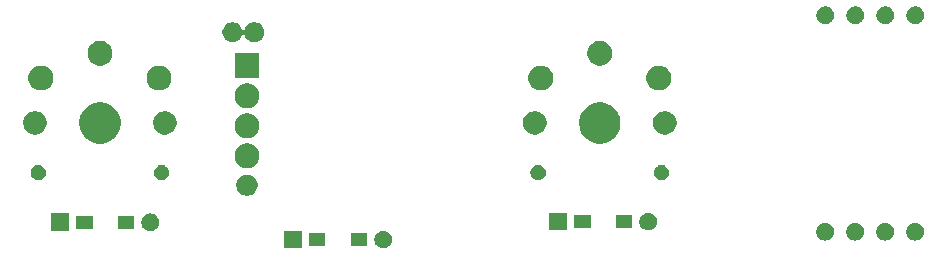
<source format=gbs>
G04 #@! TF.GenerationSoftware,KiCad,Pcbnew,(5.1.6-0-10_14)*
G04 #@! TF.CreationDate,2023-01-09T16:43:16+09:00*
G04 #@! TF.ProjectId,cool644,636f6f6c-3634-4342-9e6b-696361645f70,rev?*
G04 #@! TF.SameCoordinates,Original*
G04 #@! TF.FileFunction,Soldermask,Bot*
G04 #@! TF.FilePolarity,Negative*
%FSLAX46Y46*%
G04 Gerber Fmt 4.6, Leading zero omitted, Abs format (unit mm)*
G04 Created by KiCad (PCBNEW (5.1.6-0-10_14)) date 2023-01-09 16:43:16*
%MOMM*%
%LPD*%
G01*
G04 APERTURE LIST*
%ADD10C,0.100000*%
G04 APERTURE END LIST*
D10*
G36*
X140344425Y69045401D02*
G01*
X140468621Y69020698D01*
X140605022Y68964199D01*
X140727779Y68882175D01*
X140832175Y68777779D01*
X140914199Y68655022D01*
X140970698Y68518621D01*
X140999500Y68373819D01*
X140999500Y68226181D01*
X140970698Y68081379D01*
X140914199Y67944978D01*
X140832175Y67822221D01*
X140727779Y67717825D01*
X140605022Y67635801D01*
X140468621Y67579302D01*
X140344425Y67554599D01*
X140323820Y67550500D01*
X140176180Y67550500D01*
X140155575Y67554599D01*
X140031379Y67579302D01*
X139894978Y67635801D01*
X139772221Y67717825D01*
X139667825Y67822221D01*
X139585801Y67944978D01*
X139529302Y68081379D01*
X139500500Y68226181D01*
X139500500Y68373819D01*
X139529302Y68518621D01*
X139585801Y68655022D01*
X139667825Y68777779D01*
X139772221Y68882175D01*
X139894978Y68964199D01*
X140031379Y69020698D01*
X140155575Y69045401D01*
X140176180Y69049500D01*
X140323820Y69049500D01*
X140344425Y69045401D01*
G37*
G36*
X133379500Y67550500D02*
G01*
X131880500Y67550500D01*
X131880500Y69049500D01*
X133379500Y69049500D01*
X133379500Y67550500D01*
G37*
G36*
X135366000Y67774000D02*
G01*
X133964000Y67774000D01*
X133964000Y68826000D01*
X135366000Y68826000D01*
X135366000Y67774000D01*
G37*
G36*
X138916000Y67774000D02*
G01*
X137514000Y67774000D01*
X137514000Y68826000D01*
X138916000Y68826000D01*
X138916000Y67774000D01*
G37*
G36*
X185374425Y69705401D02*
G01*
X185498621Y69680698D01*
X185635022Y69624199D01*
X185757779Y69542175D01*
X185862175Y69437779D01*
X185944199Y69315022D01*
X186000698Y69178621D01*
X186029500Y69033819D01*
X186029500Y68886181D01*
X186000698Y68741379D01*
X185944199Y68604978D01*
X185862175Y68482221D01*
X185757779Y68377825D01*
X185635022Y68295801D01*
X185498621Y68239302D01*
X185374425Y68214599D01*
X185353820Y68210500D01*
X185206180Y68210500D01*
X185185575Y68214599D01*
X185061379Y68239302D01*
X184924978Y68295801D01*
X184802221Y68377825D01*
X184697825Y68482221D01*
X184615801Y68604978D01*
X184559302Y68741379D01*
X184530500Y68886181D01*
X184530500Y69033819D01*
X184559302Y69178621D01*
X184615801Y69315022D01*
X184697825Y69437779D01*
X184802221Y69542175D01*
X184924978Y69624199D01*
X185061379Y69680698D01*
X185185575Y69705401D01*
X185206180Y69709500D01*
X185353820Y69709500D01*
X185374425Y69705401D01*
G37*
G36*
X182834425Y69705401D02*
G01*
X182958621Y69680698D01*
X183095022Y69624199D01*
X183217779Y69542175D01*
X183322175Y69437779D01*
X183404199Y69315022D01*
X183460698Y69178621D01*
X183489500Y69033819D01*
X183489500Y68886181D01*
X183460698Y68741379D01*
X183404199Y68604978D01*
X183322175Y68482221D01*
X183217779Y68377825D01*
X183095022Y68295801D01*
X182958621Y68239302D01*
X182834425Y68214599D01*
X182813820Y68210500D01*
X182666180Y68210500D01*
X182645575Y68214599D01*
X182521379Y68239302D01*
X182384978Y68295801D01*
X182262221Y68377825D01*
X182157825Y68482221D01*
X182075801Y68604978D01*
X182019302Y68741379D01*
X181990500Y68886181D01*
X181990500Y69033819D01*
X182019302Y69178621D01*
X182075801Y69315022D01*
X182157825Y69437779D01*
X182262221Y69542175D01*
X182384978Y69624199D01*
X182521379Y69680698D01*
X182645575Y69705401D01*
X182666180Y69709500D01*
X182813820Y69709500D01*
X182834425Y69705401D01*
G37*
G36*
X180294425Y69705401D02*
G01*
X180418621Y69680698D01*
X180555022Y69624199D01*
X180677779Y69542175D01*
X180782175Y69437779D01*
X180864199Y69315022D01*
X180920698Y69178621D01*
X180949500Y69033819D01*
X180949500Y68886181D01*
X180920698Y68741379D01*
X180864199Y68604978D01*
X180782175Y68482221D01*
X180677779Y68377825D01*
X180555022Y68295801D01*
X180418621Y68239302D01*
X180294425Y68214599D01*
X180273820Y68210500D01*
X180126180Y68210500D01*
X180105575Y68214599D01*
X179981379Y68239302D01*
X179844978Y68295801D01*
X179722221Y68377825D01*
X179617825Y68482221D01*
X179535801Y68604978D01*
X179479302Y68741379D01*
X179450500Y68886181D01*
X179450500Y69033819D01*
X179479302Y69178621D01*
X179535801Y69315022D01*
X179617825Y69437779D01*
X179722221Y69542175D01*
X179844978Y69624199D01*
X179981379Y69680698D01*
X180105575Y69705401D01*
X180126180Y69709500D01*
X180273820Y69709500D01*
X180294425Y69705401D01*
G37*
G36*
X177754425Y69705401D02*
G01*
X177878621Y69680698D01*
X178015022Y69624199D01*
X178137779Y69542175D01*
X178242175Y69437779D01*
X178324199Y69315022D01*
X178380698Y69178621D01*
X178409500Y69033819D01*
X178409500Y68886181D01*
X178380698Y68741379D01*
X178324199Y68604978D01*
X178242175Y68482221D01*
X178137779Y68377825D01*
X178015022Y68295801D01*
X177878621Y68239302D01*
X177754425Y68214599D01*
X177733820Y68210500D01*
X177586180Y68210500D01*
X177565575Y68214599D01*
X177441379Y68239302D01*
X177304978Y68295801D01*
X177182221Y68377825D01*
X177077825Y68482221D01*
X176995801Y68604978D01*
X176939302Y68741379D01*
X176910500Y68886181D01*
X176910500Y69033819D01*
X176939302Y69178621D01*
X176995801Y69315022D01*
X177077825Y69437779D01*
X177182221Y69542175D01*
X177304978Y69624199D01*
X177441379Y69680698D01*
X177565575Y69705401D01*
X177586180Y69709500D01*
X177733820Y69709500D01*
X177754425Y69705401D01*
G37*
G36*
X120624425Y70495401D02*
G01*
X120748621Y70470698D01*
X120885022Y70414199D01*
X121007779Y70332175D01*
X121112175Y70227779D01*
X121194199Y70105022D01*
X121250698Y69968621D01*
X121279500Y69823819D01*
X121279500Y69676181D01*
X121250698Y69531379D01*
X121194199Y69394978D01*
X121112175Y69272221D01*
X121007779Y69167825D01*
X120885022Y69085801D01*
X120748621Y69029302D01*
X120624425Y69004599D01*
X120603820Y69000500D01*
X120456180Y69000500D01*
X120435575Y69004599D01*
X120311379Y69029302D01*
X120174978Y69085801D01*
X120052221Y69167825D01*
X119947825Y69272221D01*
X119865801Y69394978D01*
X119809302Y69531379D01*
X119780500Y69676181D01*
X119780500Y69823819D01*
X119809302Y69968621D01*
X119865801Y70105022D01*
X119947825Y70227779D01*
X120052221Y70332175D01*
X120174978Y70414199D01*
X120311379Y70470698D01*
X120435575Y70495401D01*
X120456180Y70499500D01*
X120603820Y70499500D01*
X120624425Y70495401D01*
G37*
G36*
X113659500Y69000500D02*
G01*
X112160500Y69000500D01*
X112160500Y70499500D01*
X113659500Y70499500D01*
X113659500Y69000500D01*
G37*
G36*
X162784425Y70555401D02*
G01*
X162908621Y70530698D01*
X163045022Y70474199D01*
X163167779Y70392175D01*
X163272175Y70287779D01*
X163354199Y70165022D01*
X163410698Y70028621D01*
X163439500Y69883819D01*
X163439500Y69736181D01*
X163410698Y69591379D01*
X163354199Y69454978D01*
X163272175Y69332221D01*
X163167779Y69227825D01*
X163045022Y69145801D01*
X162908621Y69089302D01*
X162784425Y69064599D01*
X162763820Y69060500D01*
X162616180Y69060500D01*
X162595575Y69064599D01*
X162471379Y69089302D01*
X162334978Y69145801D01*
X162212221Y69227825D01*
X162107825Y69332221D01*
X162025801Y69454978D01*
X161969302Y69591379D01*
X161940500Y69736181D01*
X161940500Y69883819D01*
X161969302Y70028621D01*
X162025801Y70165022D01*
X162107825Y70287779D01*
X162212221Y70392175D01*
X162334978Y70474199D01*
X162471379Y70530698D01*
X162595575Y70555401D01*
X162616180Y70559500D01*
X162763820Y70559500D01*
X162784425Y70555401D01*
G37*
G36*
X155819500Y69060500D02*
G01*
X154320500Y69060500D01*
X154320500Y70559500D01*
X155819500Y70559500D01*
X155819500Y69060500D01*
G37*
G36*
X119196000Y69224000D02*
G01*
X117794000Y69224000D01*
X117794000Y70276000D01*
X119196000Y70276000D01*
X119196000Y69224000D01*
G37*
G36*
X115646000Y69224000D02*
G01*
X114244000Y69224000D01*
X114244000Y70276000D01*
X115646000Y70276000D01*
X115646000Y69224000D01*
G37*
G36*
X161356000Y69284000D02*
G01*
X159954000Y69284000D01*
X159954000Y70336000D01*
X161356000Y70336000D01*
X161356000Y69284000D01*
G37*
G36*
X157806000Y69284000D02*
G01*
X156404000Y69284000D01*
X156404000Y70336000D01*
X157806000Y70336000D01*
X157806000Y69284000D01*
G37*
G36*
X128828512Y73786073D02*
G01*
X128977812Y73756376D01*
X129141784Y73688456D01*
X129289354Y73589853D01*
X129414853Y73464354D01*
X129513456Y73316784D01*
X129581376Y73152812D01*
X129616000Y72978741D01*
X129616000Y72801259D01*
X129581376Y72627188D01*
X129513456Y72463216D01*
X129414853Y72315646D01*
X129289354Y72190147D01*
X129141784Y72091544D01*
X128977812Y72023624D01*
X128828512Y71993927D01*
X128803742Y71989000D01*
X128626258Y71989000D01*
X128601488Y71993927D01*
X128452188Y72023624D01*
X128288216Y72091544D01*
X128140646Y72190147D01*
X128015147Y72315646D01*
X127916544Y72463216D01*
X127848624Y72627188D01*
X127814000Y72801259D01*
X127814000Y72978741D01*
X127848624Y73152812D01*
X127916544Y73316784D01*
X128015147Y73464354D01*
X128140646Y73589853D01*
X128288216Y73688456D01*
X128452188Y73756376D01*
X128601488Y73786073D01*
X128626258Y73791000D01*
X128803742Y73791000D01*
X128828512Y73786073D01*
G37*
G36*
X163999890Y74595983D02*
G01*
X164077985Y74563635D01*
X164118364Y74546909D01*
X164224988Y74475665D01*
X164315665Y74384988D01*
X164386909Y74278364D01*
X164435983Y74159890D01*
X164461000Y74034118D01*
X164461000Y73905882D01*
X164435983Y73780110D01*
X164386909Y73661636D01*
X164315665Y73555012D01*
X164224988Y73464335D01*
X164118364Y73393091D01*
X164118363Y73393090D01*
X164118362Y73393090D01*
X163999890Y73344017D01*
X163874119Y73319000D01*
X163745881Y73319000D01*
X163620110Y73344017D01*
X163501638Y73393090D01*
X163501637Y73393090D01*
X163501636Y73393091D01*
X163395012Y73464335D01*
X163304335Y73555012D01*
X163233091Y73661636D01*
X163184017Y73780110D01*
X163159000Y73905882D01*
X163159000Y74034118D01*
X163184017Y74159890D01*
X163233091Y74278364D01*
X163304335Y74384988D01*
X163395012Y74475665D01*
X163501636Y74546909D01*
X163542016Y74563635D01*
X163620110Y74595983D01*
X163745881Y74621000D01*
X163874119Y74621000D01*
X163999890Y74595983D01*
G37*
G36*
X153559890Y74595983D02*
G01*
X153637985Y74563635D01*
X153678364Y74546909D01*
X153784988Y74475665D01*
X153875665Y74384988D01*
X153946909Y74278364D01*
X153995983Y74159890D01*
X154021000Y74034118D01*
X154021000Y73905882D01*
X153995983Y73780110D01*
X153946909Y73661636D01*
X153875665Y73555012D01*
X153784988Y73464335D01*
X153678364Y73393091D01*
X153678363Y73393090D01*
X153678362Y73393090D01*
X153559890Y73344017D01*
X153434119Y73319000D01*
X153305881Y73319000D01*
X153180110Y73344017D01*
X153061638Y73393090D01*
X153061637Y73393090D01*
X153061636Y73393091D01*
X152955012Y73464335D01*
X152864335Y73555012D01*
X152793091Y73661636D01*
X152744017Y73780110D01*
X152719000Y73905882D01*
X152719000Y74034118D01*
X152744017Y74159890D01*
X152793091Y74278364D01*
X152864335Y74384988D01*
X152955012Y74475665D01*
X153061636Y74546909D01*
X153102016Y74563635D01*
X153180110Y74595983D01*
X153305881Y74621000D01*
X153434119Y74621000D01*
X153559890Y74595983D01*
G37*
G36*
X121679890Y74595983D02*
G01*
X121757985Y74563635D01*
X121798364Y74546909D01*
X121904988Y74475665D01*
X121995665Y74384988D01*
X122066909Y74278364D01*
X122115983Y74159890D01*
X122141000Y74034118D01*
X122141000Y73905882D01*
X122115983Y73780110D01*
X122066909Y73661636D01*
X121995665Y73555012D01*
X121904988Y73464335D01*
X121798364Y73393091D01*
X121798363Y73393090D01*
X121798362Y73393090D01*
X121679890Y73344017D01*
X121554119Y73319000D01*
X121425881Y73319000D01*
X121300110Y73344017D01*
X121181638Y73393090D01*
X121181637Y73393090D01*
X121181636Y73393091D01*
X121075012Y73464335D01*
X120984335Y73555012D01*
X120913091Y73661636D01*
X120864017Y73780110D01*
X120839000Y73905882D01*
X120839000Y74034118D01*
X120864017Y74159890D01*
X120913091Y74278364D01*
X120984335Y74384988D01*
X121075012Y74475665D01*
X121181636Y74546909D01*
X121222016Y74563635D01*
X121300110Y74595983D01*
X121425881Y74621000D01*
X121554119Y74621000D01*
X121679890Y74595983D01*
G37*
G36*
X111239890Y74595983D02*
G01*
X111317985Y74563635D01*
X111358364Y74546909D01*
X111464988Y74475665D01*
X111555665Y74384988D01*
X111626909Y74278364D01*
X111675983Y74159890D01*
X111701000Y74034118D01*
X111701000Y73905882D01*
X111675983Y73780110D01*
X111626909Y73661636D01*
X111555665Y73555012D01*
X111464988Y73464335D01*
X111358364Y73393091D01*
X111358363Y73393090D01*
X111358362Y73393090D01*
X111239890Y73344017D01*
X111114119Y73319000D01*
X110985881Y73319000D01*
X110860110Y73344017D01*
X110741638Y73393090D01*
X110741637Y73393090D01*
X110741636Y73393091D01*
X110635012Y73464335D01*
X110544335Y73555012D01*
X110473091Y73661636D01*
X110424017Y73780110D01*
X110399000Y73905882D01*
X110399000Y74034118D01*
X110424017Y74159890D01*
X110473091Y74278364D01*
X110544335Y74384988D01*
X110635012Y74475665D01*
X110741636Y74546909D01*
X110782016Y74563635D01*
X110860110Y74595983D01*
X110985881Y74621000D01*
X111114119Y74621000D01*
X111239890Y74595983D01*
G37*
G36*
X129021564Y76390611D02*
G01*
X129212833Y76311385D01*
X129212835Y76311384D01*
X129384973Y76196365D01*
X129531365Y76049973D01*
X129646385Y75877833D01*
X129725611Y75686564D01*
X129766000Y75483516D01*
X129766000Y75276484D01*
X129725611Y75073436D01*
X129646385Y74882167D01*
X129646384Y74882165D01*
X129531365Y74710027D01*
X129384973Y74563635D01*
X129212835Y74448616D01*
X129212834Y74448615D01*
X129212833Y74448615D01*
X129021564Y74369389D01*
X128818516Y74329000D01*
X128611484Y74329000D01*
X128408436Y74369389D01*
X128217167Y74448615D01*
X128217166Y74448615D01*
X128217165Y74448616D01*
X128045027Y74563635D01*
X127898635Y74710027D01*
X127783616Y74882165D01*
X127783615Y74882167D01*
X127704389Y75073436D01*
X127664000Y75276484D01*
X127664000Y75483516D01*
X127704389Y75686564D01*
X127783615Y75877833D01*
X127898635Y76049973D01*
X128045027Y76196365D01*
X128217165Y76311384D01*
X128217167Y76311385D01*
X128408436Y76390611D01*
X128611484Y76431000D01*
X128818516Y76431000D01*
X129021564Y76390611D01*
G37*
G36*
X116667985Y79876140D02*
G01*
X116780748Y79853710D01*
X116912741Y79799037D01*
X117099408Y79721717D01*
X117386196Y79530091D01*
X117630091Y79286196D01*
X117821717Y78999408D01*
X117850213Y78930611D01*
X117953710Y78680748D01*
X117960990Y78644149D01*
X118021000Y78342460D01*
X118021000Y77997540D01*
X117984986Y77816486D01*
X117960990Y77695849D01*
X117953710Y77659253D01*
X117821717Y77340592D01*
X117630091Y77053804D01*
X117386196Y76809909D01*
X117099408Y76618283D01*
X116912741Y76540963D01*
X116780748Y76486290D01*
X116667985Y76463860D01*
X116442460Y76419000D01*
X116097540Y76419000D01*
X115872015Y76463860D01*
X115759252Y76486290D01*
X115627259Y76540963D01*
X115440592Y76618283D01*
X115153804Y76809909D01*
X114909909Y77053804D01*
X114718283Y77340592D01*
X114586290Y77659253D01*
X114579011Y77695849D01*
X114555014Y77816486D01*
X114519000Y77997540D01*
X114519000Y78342460D01*
X114579010Y78644149D01*
X114586290Y78680748D01*
X114689787Y78930611D01*
X114718283Y78999408D01*
X114909909Y79286196D01*
X115153804Y79530091D01*
X115440592Y79721717D01*
X115627259Y79799037D01*
X115759252Y79853710D01*
X115872015Y79876140D01*
X116097540Y79921000D01*
X116442460Y79921000D01*
X116667985Y79876140D01*
G37*
G36*
X158987985Y79876140D02*
G01*
X159100748Y79853710D01*
X159232741Y79799037D01*
X159419408Y79721717D01*
X159706196Y79530091D01*
X159950091Y79286196D01*
X160141717Y78999408D01*
X160170213Y78930611D01*
X160273710Y78680748D01*
X160280990Y78644149D01*
X160341000Y78342460D01*
X160341000Y77997540D01*
X160304986Y77816486D01*
X160280990Y77695849D01*
X160273710Y77659253D01*
X160141717Y77340592D01*
X159950091Y77053804D01*
X159706196Y76809909D01*
X159419408Y76618283D01*
X159232741Y76540963D01*
X159100748Y76486290D01*
X158987985Y76463860D01*
X158762460Y76419000D01*
X158417540Y76419000D01*
X158192015Y76463860D01*
X158079252Y76486290D01*
X157947259Y76540963D01*
X157760592Y76618283D01*
X157473804Y76809909D01*
X157229909Y77053804D01*
X157038283Y77340592D01*
X156906290Y77659253D01*
X156899011Y77695849D01*
X156875014Y77816486D01*
X156839000Y77997540D01*
X156839000Y78342460D01*
X156899010Y78644149D01*
X156906290Y78680748D01*
X157009787Y78930611D01*
X157038283Y78999408D01*
X157229909Y79286196D01*
X157473804Y79530091D01*
X157760592Y79721717D01*
X157947259Y79799037D01*
X158079252Y79853710D01*
X158192015Y79876140D01*
X158417540Y79921000D01*
X158762460Y79921000D01*
X158987985Y79876140D01*
G37*
G36*
X129021564Y78930611D02*
G01*
X129212833Y78851385D01*
X129212835Y78851384D01*
X129384973Y78736365D01*
X129531365Y78589973D01*
X129616887Y78461981D01*
X129646385Y78417833D01*
X129725611Y78226564D01*
X129766000Y78023516D01*
X129766000Y77816484D01*
X129725611Y77613436D01*
X129646385Y77422167D01*
X129646384Y77422165D01*
X129531365Y77250027D01*
X129384973Y77103635D01*
X129212835Y76988616D01*
X129212834Y76988615D01*
X129212833Y76988615D01*
X129021564Y76909389D01*
X128818516Y76869000D01*
X128611484Y76869000D01*
X128408436Y76909389D01*
X128217167Y76988615D01*
X128217166Y76988615D01*
X128217165Y76988616D01*
X128045027Y77103635D01*
X127898635Y77250027D01*
X127783616Y77422165D01*
X127783615Y77422167D01*
X127704389Y77613436D01*
X127664000Y77816484D01*
X127664000Y78023516D01*
X127704389Y78226564D01*
X127783615Y78417833D01*
X127813114Y78461981D01*
X127898635Y78589973D01*
X128045027Y78736365D01*
X128217165Y78851384D01*
X128217167Y78851385D01*
X128408436Y78930611D01*
X128611484Y78971000D01*
X128818516Y78971000D01*
X129021564Y78930611D01*
G37*
G36*
X122061981Y79132532D02*
G01*
X122244151Y79057074D01*
X122408100Y78947527D01*
X122547527Y78808100D01*
X122657074Y78644151D01*
X122732532Y78461981D01*
X122771000Y78268590D01*
X122771000Y78071410D01*
X122732532Y77878019D01*
X122657074Y77695849D01*
X122547527Y77531900D01*
X122408100Y77392473D01*
X122244151Y77282926D01*
X122061981Y77207468D01*
X121868591Y77169000D01*
X121671409Y77169000D01*
X121478019Y77207468D01*
X121295849Y77282926D01*
X121131900Y77392473D01*
X120992473Y77531900D01*
X120882926Y77695849D01*
X120807468Y77878019D01*
X120769000Y78071410D01*
X120769000Y78268590D01*
X120807468Y78461981D01*
X120882926Y78644151D01*
X120992473Y78808100D01*
X121131900Y78947527D01*
X121295849Y79057074D01*
X121478019Y79132532D01*
X121671409Y79171000D01*
X121868591Y79171000D01*
X122061981Y79132532D01*
G37*
G36*
X111061981Y79132532D02*
G01*
X111244151Y79057074D01*
X111408100Y78947527D01*
X111547527Y78808100D01*
X111657074Y78644151D01*
X111732532Y78461981D01*
X111771000Y78268590D01*
X111771000Y78071410D01*
X111732532Y77878019D01*
X111657074Y77695849D01*
X111547527Y77531900D01*
X111408100Y77392473D01*
X111244151Y77282926D01*
X111061981Y77207468D01*
X110868591Y77169000D01*
X110671409Y77169000D01*
X110478019Y77207468D01*
X110295849Y77282926D01*
X110131900Y77392473D01*
X109992473Y77531900D01*
X109882926Y77695849D01*
X109807468Y77878019D01*
X109769000Y78071410D01*
X109769000Y78268590D01*
X109807468Y78461981D01*
X109882926Y78644151D01*
X109992473Y78808100D01*
X110131900Y78947527D01*
X110295849Y79057074D01*
X110478019Y79132532D01*
X110671409Y79171000D01*
X110868591Y79171000D01*
X111061981Y79132532D01*
G37*
G36*
X164285285Y79151766D02*
G01*
X164381981Y79132532D01*
X164564151Y79057074D01*
X164728100Y78947527D01*
X164867527Y78808100D01*
X164977074Y78644151D01*
X165052532Y78461981D01*
X165091000Y78268590D01*
X165091000Y78071410D01*
X165052532Y77878019D01*
X164977074Y77695849D01*
X164867527Y77531900D01*
X164728100Y77392473D01*
X164564151Y77282926D01*
X164381981Y77207468D01*
X164188591Y77169000D01*
X163991409Y77169000D01*
X163894715Y77188234D01*
X163798019Y77207468D01*
X163615849Y77282926D01*
X163451900Y77392473D01*
X163312473Y77531900D01*
X163202926Y77695849D01*
X163127468Y77878019D01*
X163089000Y78071410D01*
X163089000Y78268590D01*
X163127468Y78461981D01*
X163202926Y78644151D01*
X163312473Y78808100D01*
X163451900Y78947527D01*
X163615849Y79057074D01*
X163798019Y79132532D01*
X163991409Y79171000D01*
X164188591Y79171000D01*
X164285285Y79151766D01*
G37*
G36*
X153285285Y79151766D02*
G01*
X153381981Y79132532D01*
X153564151Y79057074D01*
X153728100Y78947527D01*
X153867527Y78808100D01*
X153977074Y78644151D01*
X154052532Y78461981D01*
X154091000Y78268590D01*
X154091000Y78071410D01*
X154052532Y77878019D01*
X153977074Y77695849D01*
X153867527Y77531900D01*
X153728100Y77392473D01*
X153564151Y77282926D01*
X153381981Y77207468D01*
X153188591Y77169000D01*
X152991409Y77169000D01*
X152894715Y77188234D01*
X152798019Y77207468D01*
X152615849Y77282926D01*
X152451900Y77392473D01*
X152312473Y77531900D01*
X152202926Y77695849D01*
X152127468Y77878019D01*
X152089000Y78071410D01*
X152089000Y78268590D01*
X152127468Y78461981D01*
X152202926Y78644151D01*
X152312473Y78808100D01*
X152451900Y78947527D01*
X152615849Y79057074D01*
X152798019Y79132532D01*
X152991409Y79171000D01*
X153188591Y79171000D01*
X153285285Y79151766D01*
G37*
G36*
X129021564Y81470611D02*
G01*
X129212833Y81391385D01*
X129212835Y81391384D01*
X129384973Y81276365D01*
X129531365Y81129973D01*
X129645346Y80959389D01*
X129646385Y80957833D01*
X129725611Y80766564D01*
X129766000Y80563516D01*
X129766000Y80356484D01*
X129725611Y80153436D01*
X129646385Y79962167D01*
X129646384Y79962165D01*
X129531365Y79790027D01*
X129384973Y79643635D01*
X129212835Y79528616D01*
X129212834Y79528615D01*
X129212833Y79528615D01*
X129021564Y79449389D01*
X128818516Y79409000D01*
X128611484Y79409000D01*
X128408436Y79449389D01*
X128217167Y79528615D01*
X128217166Y79528615D01*
X128217165Y79528616D01*
X128045027Y79643635D01*
X127898635Y79790027D01*
X127783616Y79962165D01*
X127783615Y79962167D01*
X127704389Y80153436D01*
X127664000Y80356484D01*
X127664000Y80563516D01*
X127704389Y80766564D01*
X127783615Y80957833D01*
X127784655Y80959389D01*
X127898635Y81129973D01*
X128045027Y81276365D01*
X128217165Y81391384D01*
X128217167Y81391385D01*
X128408436Y81470611D01*
X128611484Y81511000D01*
X128818516Y81511000D01*
X129021564Y81470611D01*
G37*
G36*
X121576564Y82980611D02*
G01*
X121767833Y82901385D01*
X121767835Y82901384D01*
X121939973Y82786365D01*
X122086365Y82639973D01*
X122201385Y82467833D01*
X122280611Y82276564D01*
X122321000Y82073516D01*
X122321000Y81866484D01*
X122280611Y81663436D01*
X122217470Y81511000D01*
X122201384Y81472165D01*
X122086365Y81300027D01*
X121939973Y81153635D01*
X121767835Y81038616D01*
X121767834Y81038615D01*
X121767833Y81038615D01*
X121576564Y80959389D01*
X121373516Y80919000D01*
X121166484Y80919000D01*
X120963436Y80959389D01*
X120772167Y81038615D01*
X120772166Y81038615D01*
X120772165Y81038616D01*
X120600027Y81153635D01*
X120453635Y81300027D01*
X120338616Y81472165D01*
X120322530Y81511000D01*
X120259389Y81663436D01*
X120219000Y81866484D01*
X120219000Y82073516D01*
X120259389Y82276564D01*
X120338615Y82467833D01*
X120453635Y82639973D01*
X120600027Y82786365D01*
X120772165Y82901384D01*
X120772167Y82901385D01*
X120963436Y82980611D01*
X121166484Y83021000D01*
X121373516Y83021000D01*
X121576564Y82980611D01*
G37*
G36*
X111576564Y82980611D02*
G01*
X111767833Y82901385D01*
X111767835Y82901384D01*
X111939973Y82786365D01*
X112086365Y82639973D01*
X112201385Y82467833D01*
X112280611Y82276564D01*
X112321000Y82073516D01*
X112321000Y81866484D01*
X112280611Y81663436D01*
X112217470Y81511000D01*
X112201384Y81472165D01*
X112086365Y81300027D01*
X111939973Y81153635D01*
X111767835Y81038616D01*
X111767834Y81038615D01*
X111767833Y81038615D01*
X111576564Y80959389D01*
X111373516Y80919000D01*
X111166484Y80919000D01*
X110963436Y80959389D01*
X110772167Y81038615D01*
X110772166Y81038615D01*
X110772165Y81038616D01*
X110600027Y81153635D01*
X110453635Y81300027D01*
X110338616Y81472165D01*
X110322530Y81511000D01*
X110259389Y81663436D01*
X110219000Y81866484D01*
X110219000Y82073516D01*
X110259389Y82276564D01*
X110338615Y82467833D01*
X110453635Y82639973D01*
X110600027Y82786365D01*
X110772165Y82901384D01*
X110772167Y82901385D01*
X110963436Y82980611D01*
X111166484Y83021000D01*
X111373516Y83021000D01*
X111576564Y82980611D01*
G37*
G36*
X153896564Y82980611D02*
G01*
X154087833Y82901385D01*
X154087835Y82901384D01*
X154259973Y82786365D01*
X154406365Y82639973D01*
X154521385Y82467833D01*
X154600611Y82276564D01*
X154641000Y82073516D01*
X154641000Y81866484D01*
X154600611Y81663436D01*
X154537470Y81511000D01*
X154521384Y81472165D01*
X154406365Y81300027D01*
X154259973Y81153635D01*
X154087835Y81038616D01*
X154087834Y81038615D01*
X154087833Y81038615D01*
X153896564Y80959389D01*
X153693516Y80919000D01*
X153486484Y80919000D01*
X153283436Y80959389D01*
X153092167Y81038615D01*
X153092166Y81038615D01*
X153092165Y81038616D01*
X152920027Y81153635D01*
X152773635Y81300027D01*
X152658616Y81472165D01*
X152642530Y81511000D01*
X152579389Y81663436D01*
X152539000Y81866484D01*
X152539000Y82073516D01*
X152579389Y82276564D01*
X152658615Y82467833D01*
X152773635Y82639973D01*
X152920027Y82786365D01*
X153092165Y82901384D01*
X153092167Y82901385D01*
X153283436Y82980611D01*
X153486484Y83021000D01*
X153693516Y83021000D01*
X153896564Y82980611D01*
G37*
G36*
X163896564Y82980611D02*
G01*
X164087833Y82901385D01*
X164087835Y82901384D01*
X164259973Y82786365D01*
X164406365Y82639973D01*
X164521385Y82467833D01*
X164600611Y82276564D01*
X164641000Y82073516D01*
X164641000Y81866484D01*
X164600611Y81663436D01*
X164537470Y81511000D01*
X164521384Y81472165D01*
X164406365Y81300027D01*
X164259973Y81153635D01*
X164087835Y81038616D01*
X164087834Y81038615D01*
X164087833Y81038615D01*
X163896564Y80959389D01*
X163693516Y80919000D01*
X163486484Y80919000D01*
X163283436Y80959389D01*
X163092167Y81038615D01*
X163092166Y81038615D01*
X163092165Y81038616D01*
X162920027Y81153635D01*
X162773635Y81300027D01*
X162658616Y81472165D01*
X162642530Y81511000D01*
X162579389Y81663436D01*
X162539000Y81866484D01*
X162539000Y82073516D01*
X162579389Y82276564D01*
X162658615Y82467833D01*
X162773635Y82639973D01*
X162920027Y82786365D01*
X163092165Y82901384D01*
X163092167Y82901385D01*
X163283436Y82980611D01*
X163486484Y83021000D01*
X163693516Y83021000D01*
X163896564Y82980611D01*
G37*
G36*
X129766000Y81949000D02*
G01*
X127664000Y81949000D01*
X127664000Y84051000D01*
X129766000Y84051000D01*
X129766000Y81949000D01*
G37*
G36*
X158896564Y85080611D02*
G01*
X159087833Y85001385D01*
X159087835Y85001384D01*
X159106369Y84989000D01*
X159259973Y84886365D01*
X159406365Y84739973D01*
X159521385Y84567833D01*
X159600611Y84376564D01*
X159641000Y84173516D01*
X159641000Y83966484D01*
X159600611Y83763436D01*
X159521385Y83572167D01*
X159521384Y83572165D01*
X159406365Y83400027D01*
X159259973Y83253635D01*
X159087835Y83138616D01*
X159087834Y83138615D01*
X159087833Y83138615D01*
X158896564Y83059389D01*
X158693516Y83019000D01*
X158486484Y83019000D01*
X158283436Y83059389D01*
X158092167Y83138615D01*
X158092166Y83138615D01*
X158092165Y83138616D01*
X157920027Y83253635D01*
X157773635Y83400027D01*
X157658616Y83572165D01*
X157658615Y83572167D01*
X157579389Y83763436D01*
X157539000Y83966484D01*
X157539000Y84173516D01*
X157579389Y84376564D01*
X157658615Y84567833D01*
X157773635Y84739973D01*
X157920027Y84886365D01*
X158073631Y84989000D01*
X158092165Y85001384D01*
X158092167Y85001385D01*
X158283436Y85080611D01*
X158486484Y85121000D01*
X158693516Y85121000D01*
X158896564Y85080611D01*
G37*
G36*
X116576564Y85080611D02*
G01*
X116767833Y85001385D01*
X116767835Y85001384D01*
X116786369Y84989000D01*
X116939973Y84886365D01*
X117086365Y84739973D01*
X117201385Y84567833D01*
X117280611Y84376564D01*
X117321000Y84173516D01*
X117321000Y83966484D01*
X117280611Y83763436D01*
X117201385Y83572167D01*
X117201384Y83572165D01*
X117086365Y83400027D01*
X116939973Y83253635D01*
X116767835Y83138616D01*
X116767834Y83138615D01*
X116767833Y83138615D01*
X116576564Y83059389D01*
X116373516Y83019000D01*
X116166484Y83019000D01*
X115963436Y83059389D01*
X115772167Y83138615D01*
X115772166Y83138615D01*
X115772165Y83138616D01*
X115600027Y83253635D01*
X115453635Y83400027D01*
X115338616Y83572165D01*
X115338615Y83572167D01*
X115259389Y83763436D01*
X115219000Y83966484D01*
X115219000Y84173516D01*
X115259389Y84376564D01*
X115338615Y84567833D01*
X115453635Y84739973D01*
X115600027Y84886365D01*
X115753631Y84989000D01*
X115772165Y85001384D01*
X115772167Y85001385D01*
X115963436Y85080611D01*
X116166484Y85121000D01*
X116373516Y85121000D01*
X116576564Y85080611D01*
G37*
G36*
X127738228Y86658297D02*
G01*
X127893100Y86594147D01*
X128032481Y86501015D01*
X128151015Y86382481D01*
X128244147Y86243100D01*
X128299522Y86109413D01*
X128311067Y86087814D01*
X128326612Y86068872D01*
X128345554Y86053326D01*
X128367164Y86041775D01*
X128390613Y86034662D01*
X128415000Y86032260D01*
X128439386Y86034662D01*
X128462835Y86041775D01*
X128484445Y86053326D01*
X128503387Y86068871D01*
X128518933Y86087813D01*
X128530478Y86109413D01*
X128585853Y86243100D01*
X128678985Y86382481D01*
X128797519Y86501015D01*
X128936900Y86594147D01*
X129091772Y86658297D01*
X129256184Y86691000D01*
X129423816Y86691000D01*
X129588228Y86658297D01*
X129743100Y86594147D01*
X129882481Y86501015D01*
X130001015Y86382481D01*
X130094147Y86243100D01*
X130158297Y86088228D01*
X130191000Y85923816D01*
X130191000Y85756184D01*
X130158297Y85591772D01*
X130094147Y85436900D01*
X130001015Y85297519D01*
X129882481Y85178985D01*
X129743100Y85085853D01*
X129588228Y85021703D01*
X129423816Y84989000D01*
X129256184Y84989000D01*
X129091772Y85021703D01*
X128936900Y85085853D01*
X128797519Y85178985D01*
X128678985Y85297519D01*
X128585853Y85436900D01*
X128530478Y85570587D01*
X128518933Y85592186D01*
X128503388Y85611128D01*
X128484446Y85626674D01*
X128462836Y85638225D01*
X128439387Y85645338D01*
X128415000Y85647740D01*
X128390614Y85645338D01*
X128367165Y85638225D01*
X128345555Y85626674D01*
X128326613Y85611129D01*
X128311067Y85592187D01*
X128299522Y85570587D01*
X128244147Y85436900D01*
X128151015Y85297519D01*
X128032481Y85178985D01*
X127893100Y85085853D01*
X127738228Y85021703D01*
X127573816Y84989000D01*
X127406184Y84989000D01*
X127241772Y85021703D01*
X127086900Y85085853D01*
X126947519Y85178985D01*
X126828985Y85297519D01*
X126735853Y85436900D01*
X126671703Y85591772D01*
X126639000Y85756184D01*
X126639000Y85923816D01*
X126671703Y86088228D01*
X126735853Y86243100D01*
X126828985Y86382481D01*
X126947519Y86501015D01*
X127086900Y86594147D01*
X127241772Y86658297D01*
X127406184Y86691000D01*
X127573816Y86691000D01*
X127738228Y86658297D01*
G37*
G36*
X177774425Y88035401D02*
G01*
X177898621Y88010698D01*
X178035022Y87954199D01*
X178157779Y87872175D01*
X178262175Y87767779D01*
X178344199Y87645022D01*
X178400698Y87508621D01*
X178429500Y87363819D01*
X178429500Y87216181D01*
X178400698Y87071379D01*
X178344199Y86934978D01*
X178262175Y86812221D01*
X178157779Y86707825D01*
X178035022Y86625801D01*
X177898621Y86569302D01*
X177774425Y86544599D01*
X177753820Y86540500D01*
X177606180Y86540500D01*
X177585575Y86544599D01*
X177461379Y86569302D01*
X177324978Y86625801D01*
X177202221Y86707825D01*
X177097825Y86812221D01*
X177015801Y86934978D01*
X176959302Y87071379D01*
X176930500Y87216181D01*
X176930500Y87363819D01*
X176959302Y87508621D01*
X177015801Y87645022D01*
X177097825Y87767779D01*
X177202221Y87872175D01*
X177324978Y87954199D01*
X177461379Y88010698D01*
X177585575Y88035401D01*
X177606180Y88039500D01*
X177753820Y88039500D01*
X177774425Y88035401D01*
G37*
G36*
X180314425Y88035401D02*
G01*
X180438621Y88010698D01*
X180575022Y87954199D01*
X180697779Y87872175D01*
X180802175Y87767779D01*
X180884199Y87645022D01*
X180940698Y87508621D01*
X180969500Y87363819D01*
X180969500Y87216181D01*
X180940698Y87071379D01*
X180884199Y86934978D01*
X180802175Y86812221D01*
X180697779Y86707825D01*
X180575022Y86625801D01*
X180438621Y86569302D01*
X180314425Y86544599D01*
X180293820Y86540500D01*
X180146180Y86540500D01*
X180125575Y86544599D01*
X180001379Y86569302D01*
X179864978Y86625801D01*
X179742221Y86707825D01*
X179637825Y86812221D01*
X179555801Y86934978D01*
X179499302Y87071379D01*
X179470500Y87216181D01*
X179470500Y87363819D01*
X179499302Y87508621D01*
X179555801Y87645022D01*
X179637825Y87767779D01*
X179742221Y87872175D01*
X179864978Y87954199D01*
X180001379Y88010698D01*
X180125575Y88035401D01*
X180146180Y88039500D01*
X180293820Y88039500D01*
X180314425Y88035401D01*
G37*
G36*
X182854425Y88035401D02*
G01*
X182978621Y88010698D01*
X183115022Y87954199D01*
X183237779Y87872175D01*
X183342175Y87767779D01*
X183424199Y87645022D01*
X183480698Y87508621D01*
X183509500Y87363819D01*
X183509500Y87216181D01*
X183480698Y87071379D01*
X183424199Y86934978D01*
X183342175Y86812221D01*
X183237779Y86707825D01*
X183115022Y86625801D01*
X182978621Y86569302D01*
X182854425Y86544599D01*
X182833820Y86540500D01*
X182686180Y86540500D01*
X182665575Y86544599D01*
X182541379Y86569302D01*
X182404978Y86625801D01*
X182282221Y86707825D01*
X182177825Y86812221D01*
X182095801Y86934978D01*
X182039302Y87071379D01*
X182010500Y87216181D01*
X182010500Y87363819D01*
X182039302Y87508621D01*
X182095801Y87645022D01*
X182177825Y87767779D01*
X182282221Y87872175D01*
X182404978Y87954199D01*
X182541379Y88010698D01*
X182665575Y88035401D01*
X182686180Y88039500D01*
X182833820Y88039500D01*
X182854425Y88035401D01*
G37*
G36*
X185394425Y88035401D02*
G01*
X185518621Y88010698D01*
X185655022Y87954199D01*
X185777779Y87872175D01*
X185882175Y87767779D01*
X185964199Y87645022D01*
X186020698Y87508621D01*
X186049500Y87363819D01*
X186049500Y87216181D01*
X186020698Y87071379D01*
X185964199Y86934978D01*
X185882175Y86812221D01*
X185777779Y86707825D01*
X185655022Y86625801D01*
X185518621Y86569302D01*
X185394425Y86544599D01*
X185373820Y86540500D01*
X185226180Y86540500D01*
X185205575Y86544599D01*
X185081379Y86569302D01*
X184944978Y86625801D01*
X184822221Y86707825D01*
X184717825Y86812221D01*
X184635801Y86934978D01*
X184579302Y87071379D01*
X184550500Y87216181D01*
X184550500Y87363819D01*
X184579302Y87508621D01*
X184635801Y87645022D01*
X184717825Y87767779D01*
X184822221Y87872175D01*
X184944978Y87954199D01*
X185081379Y88010698D01*
X185205575Y88035401D01*
X185226180Y88039500D01*
X185373820Y88039500D01*
X185394425Y88035401D01*
G37*
M02*

</source>
